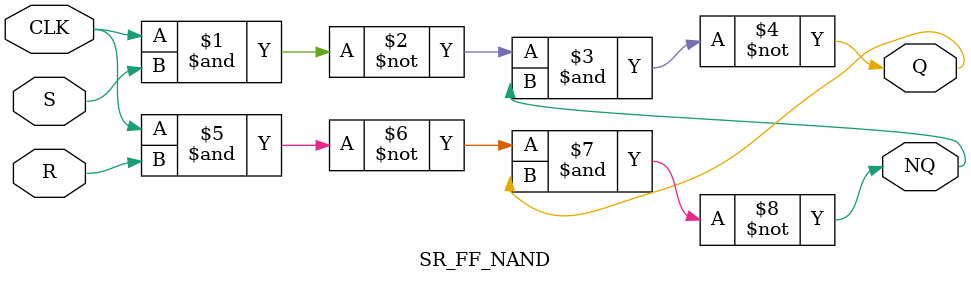
<source format=v>
`timescale 1ns / 1ps

module SR_FF_NAND (R, S, CLK, Q, NQ);
    input R, S, CLK;
    output Q, NQ;

    assign Q = ~(~(CLK&S)&NQ);
    assign NQ = ~(~(CLK&R)&Q);
    
endmodule
</source>
